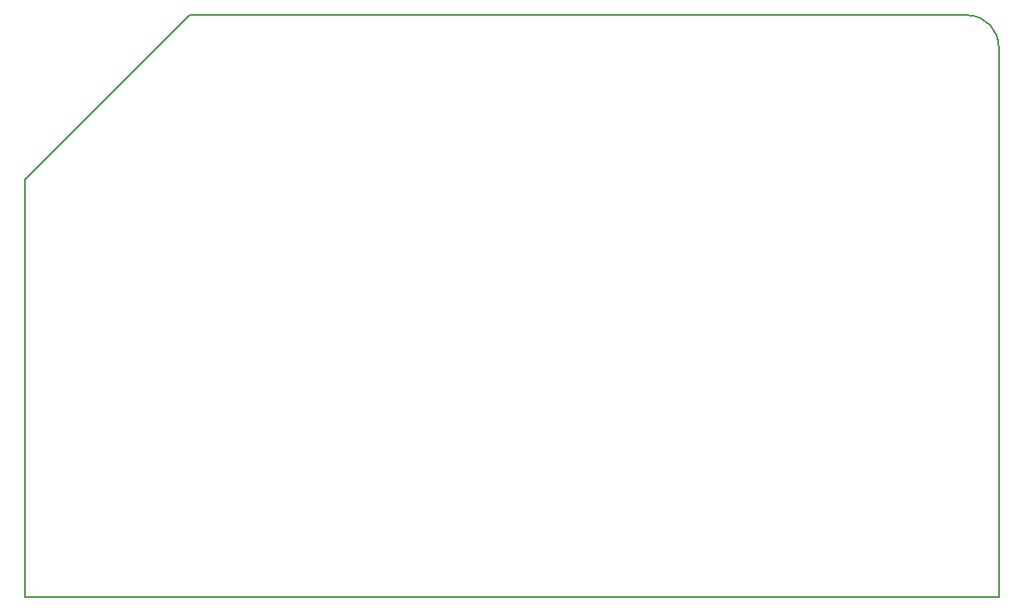
<source format=gbr>
G04 DesignSpark PCB Gerber Version 10.0 Build 5299*
G04 #@! TF.Part,Single*
%FSLAX35Y35*%
%MOIN*%
%ADD10C,0.00500*%
G04 #@! TD.AperFunction*
X0Y0D02*
D02*
D10*
X44181Y15132D02*
Y182232D01*
X110181Y248232D01*
X422250D01*
G75*
G02*
X434381Y235250I-425J-12556D01*
G01*
Y15132D01*
X44181D01*
X0Y0D02*
M02*

</source>
